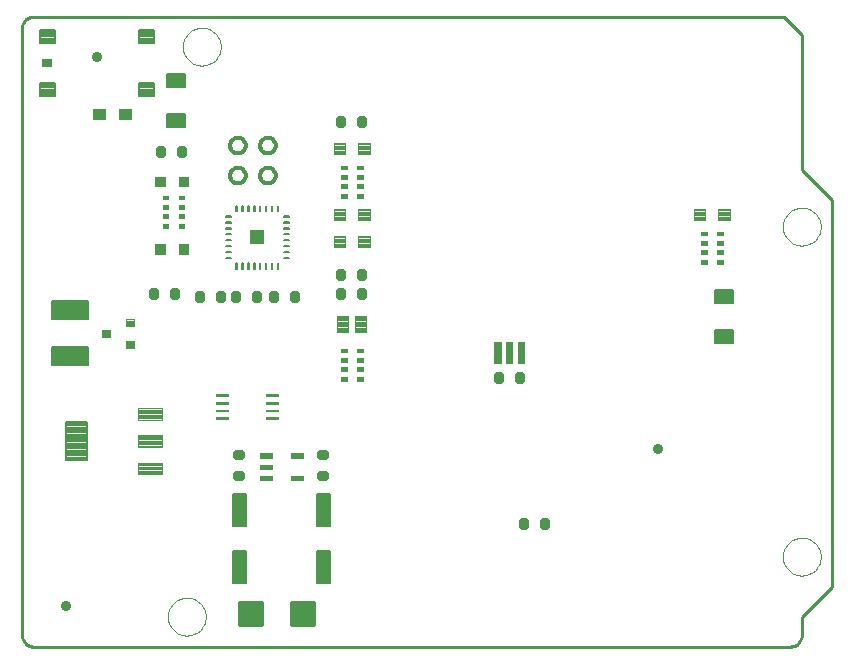
<source format=gtp>
G75*
%MOIN*%
%OFA0B0*%
%FSLAX24Y24*%
%IPPOS*%
%LPD*%
%AMOC8*
5,1,8,0,0,1.08239X$1,22.5*
%
%ADD10C,0.0100*%
%ADD11C,0.0120*%
%ADD12C,0.0000*%
%ADD13C,0.0251*%
%ADD14C,0.0050*%
%ADD15C,0.0043*%
%ADD16C,0.0085*%
%ADD17C,0.0360*%
%ADD18C,0.0043*%
%ADD19C,0.0078*%
%ADD20C,0.0067*%
%ADD21C,0.0035*%
%ADD22C,0.0056*%
%ADD23R,0.0500X0.0500*%
%ADD24C,0.0035*%
%ADD25C,0.0041*%
%ADD26C,0.0031*%
%ADD27C,0.0027*%
%ADD28C,0.0074*%
%ADD29R,0.0350X0.0300*%
%ADD30C,0.0035*%
%ADD31C,0.0032*%
D10*
X008844Y009700D02*
X034056Y009700D01*
X034095Y009702D01*
X034133Y009708D01*
X034170Y009717D01*
X034207Y009730D01*
X034242Y009747D01*
X034275Y009766D01*
X034306Y009789D01*
X034335Y009815D01*
X034361Y009844D01*
X034384Y009875D01*
X034403Y009908D01*
X034420Y009943D01*
X034433Y009980D01*
X034442Y010017D01*
X034448Y010055D01*
X034450Y010094D01*
X034450Y010700D01*
X035450Y011700D01*
X035450Y024600D01*
X034450Y025600D01*
X034450Y030100D01*
X033850Y030700D01*
X008844Y030700D01*
X008805Y030698D01*
X008767Y030692D01*
X008730Y030683D01*
X008693Y030670D01*
X008658Y030653D01*
X008625Y030634D01*
X008594Y030611D01*
X008565Y030585D01*
X008539Y030556D01*
X008516Y030525D01*
X008497Y030492D01*
X008480Y030457D01*
X008467Y030420D01*
X008458Y030383D01*
X008452Y030345D01*
X008450Y030306D01*
X008450Y010094D01*
X008452Y010055D01*
X008458Y010017D01*
X008467Y009980D01*
X008480Y009943D01*
X008497Y009908D01*
X008516Y009875D01*
X008539Y009844D01*
X008565Y009815D01*
X008594Y009789D01*
X008625Y009766D01*
X008658Y009747D01*
X008693Y009730D01*
X008730Y009717D01*
X008767Y009708D01*
X008805Y009702D01*
X008844Y009700D01*
D11*
X015390Y025400D02*
X015392Y025432D01*
X015398Y025463D01*
X015408Y025494D01*
X015421Y025523D01*
X015438Y025550D01*
X015458Y025575D01*
X015481Y025597D01*
X015506Y025617D01*
X015534Y025633D01*
X015564Y025645D01*
X015594Y025654D01*
X015626Y025659D01*
X015658Y025660D01*
X015690Y025657D01*
X015721Y025650D01*
X015751Y025639D01*
X015780Y025625D01*
X015807Y025607D01*
X015831Y025587D01*
X015853Y025563D01*
X015871Y025537D01*
X015886Y025509D01*
X015898Y025479D01*
X015906Y025448D01*
X015910Y025416D01*
X015910Y025384D01*
X015906Y025352D01*
X015898Y025321D01*
X015886Y025291D01*
X015871Y025263D01*
X015853Y025237D01*
X015831Y025213D01*
X015807Y025193D01*
X015780Y025175D01*
X015751Y025161D01*
X015721Y025150D01*
X015690Y025143D01*
X015658Y025140D01*
X015626Y025141D01*
X015594Y025146D01*
X015564Y025155D01*
X015534Y025167D01*
X015506Y025183D01*
X015481Y025203D01*
X015458Y025225D01*
X015438Y025250D01*
X015421Y025277D01*
X015408Y025306D01*
X015398Y025337D01*
X015392Y025368D01*
X015390Y025400D01*
X016389Y025400D02*
X016391Y025432D01*
X016397Y025464D01*
X016407Y025494D01*
X016420Y025523D01*
X016437Y025551D01*
X016457Y025576D01*
X016480Y025598D01*
X016506Y025618D01*
X016534Y025634D01*
X016563Y025646D01*
X016594Y025655D01*
X016626Y025660D01*
X016658Y025661D01*
X016690Y025658D01*
X016721Y025651D01*
X016752Y025640D01*
X016780Y025626D01*
X016807Y025608D01*
X016832Y025587D01*
X016853Y025564D01*
X016872Y025537D01*
X016887Y025509D01*
X016899Y025479D01*
X016907Y025448D01*
X016911Y025416D01*
X016911Y025384D01*
X016907Y025352D01*
X016899Y025321D01*
X016887Y025291D01*
X016872Y025263D01*
X016853Y025236D01*
X016832Y025213D01*
X016807Y025192D01*
X016781Y025174D01*
X016752Y025160D01*
X016721Y025149D01*
X016690Y025142D01*
X016658Y025139D01*
X016626Y025140D01*
X016594Y025145D01*
X016563Y025154D01*
X016534Y025166D01*
X016506Y025182D01*
X016480Y025202D01*
X016457Y025224D01*
X016437Y025249D01*
X016420Y025277D01*
X016407Y025306D01*
X016397Y025336D01*
X016391Y025368D01*
X016389Y025400D01*
X016389Y026400D02*
X016391Y026432D01*
X016397Y026464D01*
X016407Y026494D01*
X016420Y026523D01*
X016437Y026551D01*
X016457Y026576D01*
X016480Y026598D01*
X016506Y026618D01*
X016534Y026634D01*
X016563Y026646D01*
X016594Y026655D01*
X016626Y026660D01*
X016658Y026661D01*
X016690Y026658D01*
X016721Y026651D01*
X016752Y026640D01*
X016780Y026626D01*
X016807Y026608D01*
X016832Y026587D01*
X016853Y026564D01*
X016872Y026537D01*
X016887Y026509D01*
X016899Y026479D01*
X016907Y026448D01*
X016911Y026416D01*
X016911Y026384D01*
X016907Y026352D01*
X016899Y026321D01*
X016887Y026291D01*
X016872Y026263D01*
X016853Y026236D01*
X016832Y026213D01*
X016807Y026192D01*
X016781Y026174D01*
X016752Y026160D01*
X016721Y026149D01*
X016690Y026142D01*
X016658Y026139D01*
X016626Y026140D01*
X016594Y026145D01*
X016563Y026154D01*
X016534Y026166D01*
X016506Y026182D01*
X016480Y026202D01*
X016457Y026224D01*
X016437Y026249D01*
X016420Y026277D01*
X016407Y026306D01*
X016397Y026336D01*
X016391Y026368D01*
X016389Y026400D01*
X015390Y026400D02*
X015392Y026432D01*
X015398Y026463D01*
X015408Y026494D01*
X015421Y026523D01*
X015438Y026550D01*
X015458Y026575D01*
X015481Y026597D01*
X015506Y026617D01*
X015534Y026633D01*
X015564Y026645D01*
X015594Y026654D01*
X015626Y026659D01*
X015658Y026660D01*
X015690Y026657D01*
X015721Y026650D01*
X015751Y026639D01*
X015780Y026625D01*
X015807Y026607D01*
X015831Y026587D01*
X015853Y026563D01*
X015871Y026537D01*
X015886Y026509D01*
X015898Y026479D01*
X015906Y026448D01*
X015910Y026416D01*
X015910Y026384D01*
X015906Y026352D01*
X015898Y026321D01*
X015886Y026291D01*
X015871Y026263D01*
X015853Y026237D01*
X015831Y026213D01*
X015807Y026193D01*
X015780Y026175D01*
X015751Y026161D01*
X015721Y026150D01*
X015690Y026143D01*
X015658Y026140D01*
X015626Y026141D01*
X015594Y026146D01*
X015564Y026155D01*
X015534Y026167D01*
X015506Y026183D01*
X015481Y026203D01*
X015458Y026225D01*
X015438Y026250D01*
X015421Y026277D01*
X015408Y026306D01*
X015398Y026337D01*
X015392Y026368D01*
X015390Y026400D01*
D12*
X013820Y029700D02*
X013822Y029750D01*
X013828Y029800D01*
X013838Y029849D01*
X013852Y029897D01*
X013869Y029944D01*
X013890Y029989D01*
X013915Y030033D01*
X013943Y030074D01*
X013975Y030113D01*
X014009Y030150D01*
X014046Y030184D01*
X014086Y030214D01*
X014128Y030241D01*
X014172Y030265D01*
X014218Y030286D01*
X014265Y030302D01*
X014313Y030315D01*
X014363Y030324D01*
X014412Y030329D01*
X014463Y030330D01*
X014513Y030327D01*
X014562Y030320D01*
X014611Y030309D01*
X014659Y030294D01*
X014705Y030276D01*
X014750Y030254D01*
X014793Y030228D01*
X014834Y030199D01*
X014873Y030167D01*
X014909Y030132D01*
X014941Y030094D01*
X014971Y030054D01*
X014998Y030011D01*
X015021Y029967D01*
X015040Y029921D01*
X015056Y029873D01*
X015068Y029824D01*
X015076Y029775D01*
X015080Y029725D01*
X015080Y029675D01*
X015076Y029625D01*
X015068Y029576D01*
X015056Y029527D01*
X015040Y029479D01*
X015021Y029433D01*
X014998Y029389D01*
X014971Y029346D01*
X014941Y029306D01*
X014909Y029268D01*
X014873Y029233D01*
X014834Y029201D01*
X014793Y029172D01*
X014750Y029146D01*
X014705Y029124D01*
X014659Y029106D01*
X014611Y029091D01*
X014562Y029080D01*
X014513Y029073D01*
X014463Y029070D01*
X014412Y029071D01*
X014363Y029076D01*
X014313Y029085D01*
X014265Y029098D01*
X014218Y029114D01*
X014172Y029135D01*
X014128Y029159D01*
X014086Y029186D01*
X014046Y029216D01*
X014009Y029250D01*
X013975Y029287D01*
X013943Y029326D01*
X013915Y029367D01*
X013890Y029411D01*
X013869Y029456D01*
X013852Y029503D01*
X013838Y029551D01*
X013828Y029600D01*
X013822Y029650D01*
X013820Y029700D01*
X033820Y023700D02*
X033822Y023750D01*
X033828Y023800D01*
X033838Y023849D01*
X033852Y023897D01*
X033869Y023944D01*
X033890Y023989D01*
X033915Y024033D01*
X033943Y024074D01*
X033975Y024113D01*
X034009Y024150D01*
X034046Y024184D01*
X034086Y024214D01*
X034128Y024241D01*
X034172Y024265D01*
X034218Y024286D01*
X034265Y024302D01*
X034313Y024315D01*
X034363Y024324D01*
X034412Y024329D01*
X034463Y024330D01*
X034513Y024327D01*
X034562Y024320D01*
X034611Y024309D01*
X034659Y024294D01*
X034705Y024276D01*
X034750Y024254D01*
X034793Y024228D01*
X034834Y024199D01*
X034873Y024167D01*
X034909Y024132D01*
X034941Y024094D01*
X034971Y024054D01*
X034998Y024011D01*
X035021Y023967D01*
X035040Y023921D01*
X035056Y023873D01*
X035068Y023824D01*
X035076Y023775D01*
X035080Y023725D01*
X035080Y023675D01*
X035076Y023625D01*
X035068Y023576D01*
X035056Y023527D01*
X035040Y023479D01*
X035021Y023433D01*
X034998Y023389D01*
X034971Y023346D01*
X034941Y023306D01*
X034909Y023268D01*
X034873Y023233D01*
X034834Y023201D01*
X034793Y023172D01*
X034750Y023146D01*
X034705Y023124D01*
X034659Y023106D01*
X034611Y023091D01*
X034562Y023080D01*
X034513Y023073D01*
X034463Y023070D01*
X034412Y023071D01*
X034363Y023076D01*
X034313Y023085D01*
X034265Y023098D01*
X034218Y023114D01*
X034172Y023135D01*
X034128Y023159D01*
X034086Y023186D01*
X034046Y023216D01*
X034009Y023250D01*
X033975Y023287D01*
X033943Y023326D01*
X033915Y023367D01*
X033890Y023411D01*
X033869Y023456D01*
X033852Y023503D01*
X033838Y023551D01*
X033828Y023600D01*
X033822Y023650D01*
X033820Y023700D01*
X033820Y012700D02*
X033822Y012750D01*
X033828Y012800D01*
X033838Y012849D01*
X033852Y012897D01*
X033869Y012944D01*
X033890Y012989D01*
X033915Y013033D01*
X033943Y013074D01*
X033975Y013113D01*
X034009Y013150D01*
X034046Y013184D01*
X034086Y013214D01*
X034128Y013241D01*
X034172Y013265D01*
X034218Y013286D01*
X034265Y013302D01*
X034313Y013315D01*
X034363Y013324D01*
X034412Y013329D01*
X034463Y013330D01*
X034513Y013327D01*
X034562Y013320D01*
X034611Y013309D01*
X034659Y013294D01*
X034705Y013276D01*
X034750Y013254D01*
X034793Y013228D01*
X034834Y013199D01*
X034873Y013167D01*
X034909Y013132D01*
X034941Y013094D01*
X034971Y013054D01*
X034998Y013011D01*
X035021Y012967D01*
X035040Y012921D01*
X035056Y012873D01*
X035068Y012824D01*
X035076Y012775D01*
X035080Y012725D01*
X035080Y012675D01*
X035076Y012625D01*
X035068Y012576D01*
X035056Y012527D01*
X035040Y012479D01*
X035021Y012433D01*
X034998Y012389D01*
X034971Y012346D01*
X034941Y012306D01*
X034909Y012268D01*
X034873Y012233D01*
X034834Y012201D01*
X034793Y012172D01*
X034750Y012146D01*
X034705Y012124D01*
X034659Y012106D01*
X034611Y012091D01*
X034562Y012080D01*
X034513Y012073D01*
X034463Y012070D01*
X034412Y012071D01*
X034363Y012076D01*
X034313Y012085D01*
X034265Y012098D01*
X034218Y012114D01*
X034172Y012135D01*
X034128Y012159D01*
X034086Y012186D01*
X034046Y012216D01*
X034009Y012250D01*
X033975Y012287D01*
X033943Y012326D01*
X033915Y012367D01*
X033890Y012411D01*
X033869Y012456D01*
X033852Y012503D01*
X033838Y012551D01*
X033828Y012600D01*
X033822Y012650D01*
X033820Y012700D01*
X013320Y010700D02*
X013322Y010750D01*
X013328Y010800D01*
X013338Y010849D01*
X013352Y010897D01*
X013369Y010944D01*
X013390Y010989D01*
X013415Y011033D01*
X013443Y011074D01*
X013475Y011113D01*
X013509Y011150D01*
X013546Y011184D01*
X013586Y011214D01*
X013628Y011241D01*
X013672Y011265D01*
X013718Y011286D01*
X013765Y011302D01*
X013813Y011315D01*
X013863Y011324D01*
X013912Y011329D01*
X013963Y011330D01*
X014013Y011327D01*
X014062Y011320D01*
X014111Y011309D01*
X014159Y011294D01*
X014205Y011276D01*
X014250Y011254D01*
X014293Y011228D01*
X014334Y011199D01*
X014373Y011167D01*
X014409Y011132D01*
X014441Y011094D01*
X014471Y011054D01*
X014498Y011011D01*
X014521Y010967D01*
X014540Y010921D01*
X014556Y010873D01*
X014568Y010824D01*
X014576Y010775D01*
X014580Y010725D01*
X014580Y010675D01*
X014576Y010625D01*
X014568Y010576D01*
X014556Y010527D01*
X014540Y010479D01*
X014521Y010433D01*
X014498Y010389D01*
X014471Y010346D01*
X014441Y010306D01*
X014409Y010268D01*
X014373Y010233D01*
X014334Y010201D01*
X014293Y010172D01*
X014250Y010146D01*
X014205Y010124D01*
X014159Y010106D01*
X014111Y010091D01*
X014062Y010080D01*
X014013Y010073D01*
X013963Y010070D01*
X013912Y010071D01*
X013863Y010076D01*
X013813Y010085D01*
X013765Y010098D01*
X013718Y010114D01*
X013672Y010135D01*
X013628Y010159D01*
X013586Y010186D01*
X013546Y010216D01*
X013509Y010250D01*
X013475Y010287D01*
X013443Y010326D01*
X013415Y010367D01*
X013390Y010411D01*
X013369Y010456D01*
X013352Y010503D01*
X013338Y010551D01*
X013328Y010600D01*
X013322Y010650D01*
X013320Y010700D01*
D13*
X015629Y015368D02*
X015771Y015368D01*
X015629Y015368D02*
X015629Y015432D01*
X015771Y015432D01*
X015771Y015368D01*
X015771Y016068D02*
X015629Y016068D01*
X015629Y016132D01*
X015771Y016132D01*
X015771Y016068D01*
X018429Y016132D02*
X018571Y016132D01*
X018571Y016068D01*
X018429Y016068D01*
X018429Y016132D01*
X018429Y015432D02*
X018571Y015432D01*
X018571Y015368D01*
X018429Y015368D01*
X018429Y015432D01*
X024318Y018721D02*
X024382Y018721D01*
X024382Y018579D01*
X024318Y018579D01*
X024318Y018721D01*
X025018Y018721D02*
X025082Y018721D01*
X025082Y018579D01*
X025018Y018579D01*
X025018Y018721D01*
X019832Y021379D02*
X019832Y021521D01*
X019832Y021379D02*
X019768Y021379D01*
X019768Y021521D01*
X019832Y021521D01*
X019832Y022029D02*
X019832Y022171D01*
X019832Y022029D02*
X019768Y022029D01*
X019768Y022171D01*
X019832Y022171D01*
X019132Y022171D02*
X019132Y022029D01*
X019068Y022029D01*
X019068Y022171D01*
X019132Y022171D01*
X019132Y021521D02*
X019132Y021379D01*
X019068Y021379D01*
X019068Y021521D01*
X019132Y021521D01*
X017582Y021421D02*
X017582Y021279D01*
X017518Y021279D01*
X017518Y021421D01*
X017582Y021421D01*
X016882Y021421D02*
X016882Y021279D01*
X016818Y021279D01*
X016818Y021421D01*
X016882Y021421D01*
X016332Y021279D02*
X016268Y021279D01*
X016268Y021421D01*
X016332Y021421D01*
X016332Y021279D01*
X015632Y021279D02*
X015568Y021279D01*
X015568Y021421D01*
X015632Y021421D01*
X015632Y021279D01*
X015068Y021279D02*
X015068Y021421D01*
X015132Y021421D01*
X015132Y021279D01*
X015068Y021279D01*
X014368Y021279D02*
X014368Y021421D01*
X014432Y021421D01*
X014432Y021279D01*
X014368Y021279D01*
X013518Y021379D02*
X013518Y021521D01*
X013582Y021521D01*
X013582Y021379D01*
X013518Y021379D01*
X012818Y021379D02*
X012818Y021521D01*
X012882Y021521D01*
X012882Y021379D01*
X012818Y021379D01*
X013068Y026129D02*
X013068Y026271D01*
X013132Y026271D01*
X013132Y026129D01*
X013068Y026129D01*
X013768Y026129D02*
X013768Y026271D01*
X013832Y026271D01*
X013832Y026129D01*
X013768Y026129D01*
X019068Y027129D02*
X019068Y027271D01*
X019132Y027271D01*
X019132Y027129D01*
X019068Y027129D01*
X019768Y027129D02*
X019768Y027271D01*
X019832Y027271D01*
X019832Y027129D01*
X019768Y027129D01*
X025168Y013871D02*
X025168Y013729D01*
X025168Y013871D02*
X025232Y013871D01*
X025232Y013729D01*
X025168Y013729D01*
X025868Y013729D02*
X025868Y013871D01*
X025932Y013871D01*
X025932Y013729D01*
X025868Y013729D01*
D14*
X018723Y013707D02*
X018723Y014783D01*
X018723Y013707D02*
X018277Y013707D01*
X018277Y014783D01*
X018723Y014783D01*
X018723Y013756D02*
X018277Y013756D01*
X018277Y013805D02*
X018723Y013805D01*
X018723Y013854D02*
X018277Y013854D01*
X018277Y013903D02*
X018723Y013903D01*
X018723Y013952D02*
X018277Y013952D01*
X018277Y014001D02*
X018723Y014001D01*
X018723Y014050D02*
X018277Y014050D01*
X018277Y014099D02*
X018723Y014099D01*
X018723Y014148D02*
X018277Y014148D01*
X018277Y014197D02*
X018723Y014197D01*
X018723Y014246D02*
X018277Y014246D01*
X018277Y014295D02*
X018723Y014295D01*
X018723Y014344D02*
X018277Y014344D01*
X018277Y014393D02*
X018723Y014393D01*
X018723Y014442D02*
X018277Y014442D01*
X018277Y014491D02*
X018723Y014491D01*
X018723Y014540D02*
X018277Y014540D01*
X018277Y014589D02*
X018723Y014589D01*
X018723Y014638D02*
X018277Y014638D01*
X018277Y014687D02*
X018723Y014687D01*
X018723Y014736D02*
X018277Y014736D01*
X015923Y014783D02*
X015923Y013707D01*
X015477Y013707D01*
X015477Y014783D01*
X015923Y014783D01*
X015923Y013756D02*
X015477Y013756D01*
X015477Y013805D02*
X015923Y013805D01*
X015923Y013854D02*
X015477Y013854D01*
X015477Y013903D02*
X015923Y013903D01*
X015923Y013952D02*
X015477Y013952D01*
X015477Y014001D02*
X015923Y014001D01*
X015923Y014050D02*
X015477Y014050D01*
X015477Y014099D02*
X015923Y014099D01*
X015923Y014148D02*
X015477Y014148D01*
X015477Y014197D02*
X015923Y014197D01*
X015923Y014246D02*
X015477Y014246D01*
X015477Y014295D02*
X015923Y014295D01*
X015923Y014344D02*
X015477Y014344D01*
X015477Y014393D02*
X015923Y014393D01*
X015923Y014442D02*
X015477Y014442D01*
X015477Y014491D02*
X015923Y014491D01*
X015923Y014540D02*
X015477Y014540D01*
X015477Y014589D02*
X015923Y014589D01*
X015923Y014638D02*
X015477Y014638D01*
X015477Y014687D02*
X015923Y014687D01*
X015923Y014736D02*
X015477Y014736D01*
X015923Y012893D02*
X015923Y011817D01*
X015477Y011817D01*
X015477Y012893D01*
X015923Y012893D01*
X015923Y011866D02*
X015477Y011866D01*
X015477Y011915D02*
X015923Y011915D01*
X015923Y011964D02*
X015477Y011964D01*
X015477Y012013D02*
X015923Y012013D01*
X015923Y012062D02*
X015477Y012062D01*
X015477Y012111D02*
X015923Y012111D01*
X015923Y012160D02*
X015477Y012160D01*
X015477Y012209D02*
X015923Y012209D01*
X015923Y012258D02*
X015477Y012258D01*
X015477Y012307D02*
X015923Y012307D01*
X015923Y012356D02*
X015477Y012356D01*
X015477Y012405D02*
X015923Y012405D01*
X015923Y012454D02*
X015477Y012454D01*
X015477Y012503D02*
X015923Y012503D01*
X015923Y012552D02*
X015477Y012552D01*
X015477Y012601D02*
X015923Y012601D01*
X015923Y012650D02*
X015477Y012650D01*
X015477Y012699D02*
X015923Y012699D01*
X015923Y012748D02*
X015477Y012748D01*
X015477Y012797D02*
X015923Y012797D01*
X015923Y012846D02*
X015477Y012846D01*
X018723Y012893D02*
X018723Y011817D01*
X018277Y011817D01*
X018277Y012893D01*
X018723Y012893D01*
X018723Y011866D02*
X018277Y011866D01*
X018277Y011915D02*
X018723Y011915D01*
X018723Y011964D02*
X018277Y011964D01*
X018277Y012013D02*
X018723Y012013D01*
X018723Y012062D02*
X018277Y012062D01*
X018277Y012111D02*
X018723Y012111D01*
X018723Y012160D02*
X018277Y012160D01*
X018277Y012209D02*
X018723Y012209D01*
X018723Y012258D02*
X018277Y012258D01*
X018277Y012307D02*
X018723Y012307D01*
X018723Y012356D02*
X018277Y012356D01*
X018277Y012405D02*
X018723Y012405D01*
X018723Y012454D02*
X018277Y012454D01*
X018277Y012503D02*
X018723Y012503D01*
X018723Y012552D02*
X018277Y012552D01*
X018277Y012601D02*
X018723Y012601D01*
X018723Y012650D02*
X018277Y012650D01*
X018277Y012699D02*
X018723Y012699D01*
X018723Y012748D02*
X018277Y012748D01*
X018277Y012797D02*
X018723Y012797D01*
X018723Y012846D02*
X018277Y012846D01*
X031548Y019808D02*
X031548Y020254D01*
X032152Y020254D01*
X032152Y019808D01*
X031548Y019808D01*
X031548Y019857D02*
X032152Y019857D01*
X032152Y019906D02*
X031548Y019906D01*
X031548Y019955D02*
X032152Y019955D01*
X032152Y020004D02*
X031548Y020004D01*
X031548Y020053D02*
X032152Y020053D01*
X032152Y020102D02*
X031548Y020102D01*
X031548Y020151D02*
X032152Y020151D01*
X032152Y020200D02*
X031548Y020200D01*
X031548Y020249D02*
X032152Y020249D01*
X031548Y021146D02*
X031548Y021592D01*
X032152Y021592D01*
X032152Y021146D01*
X031548Y021146D01*
X031548Y021195D02*
X032152Y021195D01*
X032152Y021244D02*
X031548Y021244D01*
X031548Y021293D02*
X032152Y021293D01*
X032152Y021342D02*
X031548Y021342D01*
X031548Y021391D02*
X032152Y021391D01*
X032152Y021440D02*
X031548Y021440D01*
X031548Y021489D02*
X032152Y021489D01*
X032152Y021538D02*
X031548Y021538D01*
X031548Y021587D02*
X032152Y021587D01*
X013902Y027008D02*
X013902Y027454D01*
X013902Y027008D02*
X013298Y027008D01*
X013298Y027454D01*
X013902Y027454D01*
X013902Y027057D02*
X013298Y027057D01*
X013298Y027106D02*
X013902Y027106D01*
X013902Y027155D02*
X013298Y027155D01*
X013298Y027204D02*
X013902Y027204D01*
X013902Y027253D02*
X013298Y027253D01*
X013298Y027302D02*
X013902Y027302D01*
X013902Y027351D02*
X013298Y027351D01*
X013298Y027400D02*
X013902Y027400D01*
X013902Y027449D02*
X013298Y027449D01*
X013902Y028346D02*
X013902Y028792D01*
X013902Y028346D02*
X013298Y028346D01*
X013298Y028792D01*
X013902Y028792D01*
X013902Y028395D02*
X013298Y028395D01*
X013298Y028444D02*
X013902Y028444D01*
X013902Y028493D02*
X013298Y028493D01*
X013298Y028542D02*
X013902Y028542D01*
X013902Y028591D02*
X013298Y028591D01*
X013298Y028640D02*
X013902Y028640D01*
X013902Y028689D02*
X013298Y028689D01*
X013298Y028738D02*
X013902Y028738D01*
X013902Y028787D02*
X013298Y028787D01*
D15*
X018846Y026491D02*
X018846Y026109D01*
X018846Y026491D02*
X019228Y026491D01*
X019228Y026109D01*
X018846Y026109D01*
X018846Y026151D02*
X019228Y026151D01*
X019228Y026193D02*
X018846Y026193D01*
X018846Y026235D02*
X019228Y026235D01*
X019228Y026277D02*
X018846Y026277D01*
X018846Y026319D02*
X019228Y026319D01*
X019228Y026361D02*
X018846Y026361D01*
X018846Y026403D02*
X019228Y026403D01*
X019228Y026445D02*
X018846Y026445D01*
X018846Y026487D02*
X019228Y026487D01*
X019672Y026491D02*
X019672Y026109D01*
X019672Y026491D02*
X020054Y026491D01*
X020054Y026109D01*
X019672Y026109D01*
X019672Y026151D02*
X020054Y026151D01*
X020054Y026193D02*
X019672Y026193D01*
X019672Y026235D02*
X020054Y026235D01*
X020054Y026277D02*
X019672Y026277D01*
X019672Y026319D02*
X020054Y026319D01*
X020054Y026361D02*
X019672Y026361D01*
X019672Y026403D02*
X020054Y026403D01*
X020054Y026445D02*
X019672Y026445D01*
X019672Y026487D02*
X020054Y026487D01*
X020054Y024291D02*
X020054Y023909D01*
X019672Y023909D01*
X019672Y024291D01*
X020054Y024291D01*
X020054Y023951D02*
X019672Y023951D01*
X019672Y023993D02*
X020054Y023993D01*
X020054Y024035D02*
X019672Y024035D01*
X019672Y024077D02*
X020054Y024077D01*
X020054Y024119D02*
X019672Y024119D01*
X019672Y024161D02*
X020054Y024161D01*
X020054Y024203D02*
X019672Y024203D01*
X019672Y024245D02*
X020054Y024245D01*
X020054Y024287D02*
X019672Y024287D01*
X019228Y024291D02*
X019228Y023909D01*
X018846Y023909D01*
X018846Y024291D01*
X019228Y024291D01*
X019228Y023951D02*
X018846Y023951D01*
X018846Y023993D02*
X019228Y023993D01*
X019228Y024035D02*
X018846Y024035D01*
X018846Y024077D02*
X019228Y024077D01*
X019228Y024119D02*
X018846Y024119D01*
X018846Y024161D02*
X019228Y024161D01*
X019228Y024203D02*
X018846Y024203D01*
X018846Y024245D02*
X019228Y024245D01*
X019228Y024287D02*
X018846Y024287D01*
X019228Y023391D02*
X019228Y023009D01*
X018846Y023009D01*
X018846Y023391D01*
X019228Y023391D01*
X019228Y023051D02*
X018846Y023051D01*
X018846Y023093D02*
X019228Y023093D01*
X019228Y023135D02*
X018846Y023135D01*
X018846Y023177D02*
X019228Y023177D01*
X019228Y023219D02*
X018846Y023219D01*
X018846Y023261D02*
X019228Y023261D01*
X019228Y023303D02*
X018846Y023303D01*
X018846Y023345D02*
X019228Y023345D01*
X019228Y023387D02*
X018846Y023387D01*
X020054Y023391D02*
X020054Y023009D01*
X019672Y023009D01*
X019672Y023391D01*
X020054Y023391D01*
X020054Y023051D02*
X019672Y023051D01*
X019672Y023093D02*
X020054Y023093D01*
X020054Y023135D02*
X019672Y023135D01*
X019672Y023177D02*
X020054Y023177D01*
X020054Y023219D02*
X019672Y023219D01*
X019672Y023261D02*
X020054Y023261D01*
X020054Y023303D02*
X019672Y023303D01*
X019672Y023345D02*
X020054Y023345D01*
X020054Y023387D02*
X019672Y023387D01*
X030846Y023909D02*
X030846Y024291D01*
X031228Y024291D01*
X031228Y023909D01*
X030846Y023909D01*
X030846Y023951D02*
X031228Y023951D01*
X031228Y023993D02*
X030846Y023993D01*
X030846Y024035D02*
X031228Y024035D01*
X031228Y024077D02*
X030846Y024077D01*
X030846Y024119D02*
X031228Y024119D01*
X031228Y024161D02*
X030846Y024161D01*
X030846Y024203D02*
X031228Y024203D01*
X031228Y024245D02*
X030846Y024245D01*
X030846Y024287D02*
X031228Y024287D01*
X031672Y024291D02*
X031672Y023909D01*
X031672Y024291D02*
X032054Y024291D01*
X032054Y023909D01*
X031672Y023909D01*
X031672Y023951D02*
X032054Y023951D01*
X032054Y023993D02*
X031672Y023993D01*
X031672Y024035D02*
X032054Y024035D01*
X032054Y024077D02*
X031672Y024077D01*
X031672Y024119D02*
X032054Y024119D01*
X032054Y024161D02*
X031672Y024161D01*
X031672Y024203D02*
X032054Y024203D01*
X032054Y024245D02*
X031672Y024245D01*
X031672Y024287D02*
X032054Y024287D01*
D16*
X018199Y011183D02*
X017433Y011183D01*
X018199Y011183D02*
X018199Y010417D01*
X017433Y010417D01*
X017433Y011183D01*
X017433Y010501D02*
X018199Y010501D01*
X018199Y010585D02*
X017433Y010585D01*
X017433Y010669D02*
X018199Y010669D01*
X018199Y010753D02*
X017433Y010753D01*
X017433Y010837D02*
X018199Y010837D01*
X018199Y010921D02*
X017433Y010921D01*
X017433Y011005D02*
X018199Y011005D01*
X018199Y011089D02*
X017433Y011089D01*
X017433Y011173D02*
X018199Y011173D01*
X016467Y011183D02*
X015701Y011183D01*
X016467Y011183D02*
X016467Y010417D01*
X015701Y010417D01*
X015701Y011183D01*
X015701Y010501D02*
X016467Y010501D01*
X016467Y010585D02*
X015701Y010585D01*
X015701Y010669D02*
X016467Y010669D01*
X016467Y010753D02*
X015701Y010753D01*
X015701Y010837D02*
X016467Y010837D01*
X016467Y010921D02*
X015701Y010921D01*
X015701Y011005D02*
X016467Y011005D01*
X016467Y011089D02*
X015701Y011089D01*
X015701Y011173D02*
X016467Y011173D01*
D17*
X009919Y011043D03*
X029647Y016291D03*
X010950Y029350D03*
D18*
X013115Y017655D02*
X013115Y017265D01*
X012325Y017265D01*
X012325Y017655D01*
X013115Y017655D01*
X013115Y017307D02*
X012325Y017307D01*
X012325Y017349D02*
X013115Y017349D01*
X013115Y017391D02*
X012325Y017391D01*
X012325Y017433D02*
X013115Y017433D01*
X013115Y017475D02*
X012325Y017475D01*
X012325Y017517D02*
X013115Y017517D01*
X013115Y017559D02*
X012325Y017559D01*
X012325Y017601D02*
X013115Y017601D01*
X013115Y017643D02*
X012325Y017643D01*
X013115Y016745D02*
X013115Y016355D01*
X012325Y016355D01*
X012325Y016745D01*
X013115Y016745D01*
X013115Y016397D02*
X012325Y016397D01*
X012325Y016439D02*
X013115Y016439D01*
X013115Y016481D02*
X012325Y016481D01*
X012325Y016523D02*
X013115Y016523D01*
X013115Y016565D02*
X012325Y016565D01*
X012325Y016607D02*
X013115Y016607D01*
X013115Y016649D02*
X012325Y016649D01*
X012325Y016691D02*
X013115Y016691D01*
X013115Y016733D02*
X012325Y016733D01*
X013115Y015835D02*
X013115Y015445D01*
X012325Y015445D01*
X012325Y015835D01*
X013115Y015835D01*
X013115Y015487D02*
X012325Y015487D01*
X012325Y015529D02*
X013115Y015529D01*
X013115Y015571D02*
X012325Y015571D01*
X012325Y015613D02*
X013115Y015613D01*
X013115Y015655D02*
X012325Y015655D01*
X012325Y015697D02*
X013115Y015697D01*
X013115Y015739D02*
X012325Y015739D01*
X012325Y015781D02*
X013115Y015781D01*
X013115Y015823D02*
X012325Y015823D01*
D19*
X010631Y015924D02*
X010631Y017176D01*
X010631Y015924D02*
X009929Y015924D01*
X009929Y017176D01*
X010631Y017176D01*
X010631Y016001D02*
X009929Y016001D01*
X009929Y016078D02*
X010631Y016078D01*
X010631Y016155D02*
X009929Y016155D01*
X009929Y016232D02*
X010631Y016232D01*
X010631Y016309D02*
X009929Y016309D01*
X009929Y016386D02*
X010631Y016386D01*
X010631Y016463D02*
X009929Y016463D01*
X009929Y016540D02*
X010631Y016540D01*
X010631Y016617D02*
X009929Y016617D01*
X009929Y016694D02*
X010631Y016694D01*
X010631Y016771D02*
X009929Y016771D01*
X009929Y016848D02*
X010631Y016848D01*
X010631Y016925D02*
X009929Y016925D01*
X009929Y017002D02*
X010631Y017002D01*
X010631Y017079D02*
X009929Y017079D01*
X009929Y017156D02*
X010631Y017156D01*
D20*
X010649Y019079D02*
X010649Y019685D01*
X010649Y019079D02*
X009451Y019079D01*
X009451Y019685D01*
X010649Y019685D01*
X010649Y019145D02*
X009451Y019145D01*
X009451Y019211D02*
X010649Y019211D01*
X010649Y019277D02*
X009451Y019277D01*
X009451Y019343D02*
X010649Y019343D01*
X010649Y019409D02*
X009451Y019409D01*
X009451Y019475D02*
X010649Y019475D01*
X010649Y019541D02*
X009451Y019541D01*
X009451Y019607D02*
X010649Y019607D01*
X010649Y019673D02*
X009451Y019673D01*
X010649Y020615D02*
X010649Y021221D01*
X010649Y020615D02*
X009451Y020615D01*
X009451Y021221D01*
X010649Y021221D01*
X010649Y020681D02*
X009451Y020681D01*
X009451Y020747D02*
X010649Y020747D01*
X010649Y020813D02*
X009451Y020813D01*
X009451Y020879D02*
X010649Y020879D01*
X010649Y020945D02*
X009451Y020945D01*
X009451Y021011D02*
X010649Y021011D01*
X010649Y021077D02*
X009451Y021077D01*
X009451Y021143D02*
X010649Y021143D01*
X010649Y021209D02*
X009451Y021209D01*
D21*
X011112Y020258D02*
X011112Y020022D01*
X011112Y020258D02*
X011388Y020258D01*
X011388Y020022D01*
X011112Y020022D01*
X011112Y020056D02*
X011388Y020056D01*
X011388Y020090D02*
X011112Y020090D01*
X011112Y020124D02*
X011388Y020124D01*
X011388Y020158D02*
X011112Y020158D01*
X011112Y020192D02*
X011388Y020192D01*
X011388Y020226D02*
X011112Y020226D01*
X011912Y020402D02*
X011912Y020638D01*
X012188Y020638D01*
X012188Y020402D01*
X011912Y020402D01*
X011912Y020436D02*
X012188Y020436D01*
X012188Y020470D02*
X011912Y020470D01*
X011912Y020504D02*
X012188Y020504D01*
X012188Y020538D02*
X011912Y020538D01*
X011912Y020572D02*
X012188Y020572D01*
X012188Y020606D02*
X011912Y020606D01*
X011912Y019878D02*
X011912Y019642D01*
X011912Y019878D02*
X012188Y019878D01*
X012188Y019642D01*
X011912Y019642D01*
X011912Y019676D02*
X012188Y019676D01*
X012188Y019710D02*
X011912Y019710D01*
X011912Y019744D02*
X012188Y019744D01*
X012188Y019778D02*
X011912Y019778D01*
X011912Y019812D02*
X012188Y019812D01*
X012188Y019846D02*
X011912Y019846D01*
D22*
X015604Y022475D02*
X015618Y022475D01*
X015618Y022295D01*
X015604Y022295D01*
X015604Y022475D01*
X015618Y022350D02*
X015604Y022350D01*
X015604Y022405D02*
X015618Y022405D01*
X015618Y022460D02*
X015604Y022460D01*
X015801Y022475D02*
X015815Y022475D01*
X015815Y022295D01*
X015801Y022295D01*
X015801Y022475D01*
X015815Y022350D02*
X015801Y022350D01*
X015801Y022405D02*
X015815Y022405D01*
X015815Y022460D02*
X015801Y022460D01*
X015998Y022475D02*
X016012Y022475D01*
X016012Y022295D01*
X015998Y022295D01*
X015998Y022475D01*
X016012Y022350D02*
X015998Y022350D01*
X015998Y022405D02*
X016012Y022405D01*
X016012Y022460D02*
X015998Y022460D01*
X016195Y022475D02*
X016209Y022475D01*
X016209Y022295D01*
X016195Y022295D01*
X016195Y022475D01*
X016209Y022350D02*
X016195Y022350D01*
X016195Y022405D02*
X016209Y022405D01*
X016209Y022460D02*
X016195Y022460D01*
X016391Y022475D02*
X016405Y022475D01*
X016405Y022295D01*
X016391Y022295D01*
X016391Y022475D01*
X016405Y022350D02*
X016391Y022350D01*
X016391Y022405D02*
X016405Y022405D01*
X016405Y022460D02*
X016391Y022460D01*
X016588Y022475D02*
X016602Y022475D01*
X016602Y022295D01*
X016588Y022295D01*
X016588Y022475D01*
X016602Y022350D02*
X016588Y022350D01*
X016588Y022405D02*
X016602Y022405D01*
X016602Y022460D02*
X016588Y022460D01*
X016785Y022475D02*
X016799Y022475D01*
X016799Y022295D01*
X016785Y022295D01*
X016785Y022475D01*
X016799Y022350D02*
X016785Y022350D01*
X016785Y022405D02*
X016799Y022405D01*
X016799Y022460D02*
X016785Y022460D01*
X016982Y022475D02*
X016996Y022475D01*
X016996Y022295D01*
X016982Y022295D01*
X016982Y022475D01*
X016996Y022350D02*
X016982Y022350D01*
X016982Y022405D02*
X016996Y022405D01*
X016996Y022460D02*
X016982Y022460D01*
X017175Y022654D02*
X017175Y022668D01*
X017355Y022668D01*
X017355Y022654D01*
X017175Y022654D01*
X017175Y022851D02*
X017175Y022865D01*
X017355Y022865D01*
X017355Y022851D01*
X017175Y022851D01*
X017175Y023048D02*
X017175Y023062D01*
X017355Y023062D01*
X017355Y023048D01*
X017175Y023048D01*
X017175Y023245D02*
X017175Y023259D01*
X017355Y023259D01*
X017355Y023245D01*
X017175Y023245D01*
X017175Y023441D02*
X017175Y023455D01*
X017355Y023455D01*
X017355Y023441D01*
X017175Y023441D01*
X017175Y023638D02*
X017175Y023652D01*
X017355Y023652D01*
X017355Y023638D01*
X017175Y023638D01*
X017175Y023835D02*
X017175Y023849D01*
X017355Y023849D01*
X017355Y023835D01*
X017175Y023835D01*
X017175Y024032D02*
X017175Y024046D01*
X017355Y024046D01*
X017355Y024032D01*
X017175Y024032D01*
X016996Y024405D02*
X016982Y024405D01*
X016996Y024405D02*
X016996Y024225D01*
X016982Y024225D01*
X016982Y024405D01*
X016996Y024280D02*
X016982Y024280D01*
X016982Y024335D02*
X016996Y024335D01*
X016996Y024390D02*
X016982Y024390D01*
X016799Y024405D02*
X016785Y024405D01*
X016799Y024405D02*
X016799Y024225D01*
X016785Y024225D01*
X016785Y024405D01*
X016799Y024280D02*
X016785Y024280D01*
X016785Y024335D02*
X016799Y024335D01*
X016799Y024390D02*
X016785Y024390D01*
X016602Y024405D02*
X016588Y024405D01*
X016602Y024405D02*
X016602Y024225D01*
X016588Y024225D01*
X016588Y024405D01*
X016602Y024280D02*
X016588Y024280D01*
X016588Y024335D02*
X016602Y024335D01*
X016602Y024390D02*
X016588Y024390D01*
X016405Y024405D02*
X016391Y024405D01*
X016405Y024405D02*
X016405Y024225D01*
X016391Y024225D01*
X016391Y024405D01*
X016405Y024280D02*
X016391Y024280D01*
X016391Y024335D02*
X016405Y024335D01*
X016405Y024390D02*
X016391Y024390D01*
X016209Y024405D02*
X016195Y024405D01*
X016209Y024405D02*
X016209Y024225D01*
X016195Y024225D01*
X016195Y024405D01*
X016209Y024280D02*
X016195Y024280D01*
X016195Y024335D02*
X016209Y024335D01*
X016209Y024390D02*
X016195Y024390D01*
X016012Y024405D02*
X015998Y024405D01*
X016012Y024405D02*
X016012Y024225D01*
X015998Y024225D01*
X015998Y024405D01*
X016012Y024280D02*
X015998Y024280D01*
X015998Y024335D02*
X016012Y024335D01*
X016012Y024390D02*
X015998Y024390D01*
X015815Y024405D02*
X015801Y024405D01*
X015815Y024405D02*
X015815Y024225D01*
X015801Y024225D01*
X015801Y024405D01*
X015815Y024280D02*
X015801Y024280D01*
X015801Y024335D02*
X015815Y024335D01*
X015815Y024390D02*
X015801Y024390D01*
X015618Y024405D02*
X015604Y024405D01*
X015618Y024405D02*
X015618Y024225D01*
X015604Y024225D01*
X015604Y024405D01*
X015618Y024280D02*
X015604Y024280D01*
X015604Y024335D02*
X015618Y024335D01*
X015618Y024390D02*
X015604Y024390D01*
X015245Y024046D02*
X015245Y024032D01*
X015245Y024046D02*
X015425Y024046D01*
X015425Y024032D01*
X015245Y024032D01*
X015245Y023849D02*
X015245Y023835D01*
X015245Y023849D02*
X015425Y023849D01*
X015425Y023835D01*
X015245Y023835D01*
X015245Y023652D02*
X015245Y023638D01*
X015245Y023652D02*
X015425Y023652D01*
X015425Y023638D01*
X015245Y023638D01*
X015245Y023455D02*
X015245Y023441D01*
X015245Y023455D02*
X015425Y023455D01*
X015425Y023441D01*
X015245Y023441D01*
X015245Y023259D02*
X015245Y023245D01*
X015245Y023259D02*
X015425Y023259D01*
X015425Y023245D01*
X015245Y023245D01*
X015245Y023062D02*
X015245Y023048D01*
X015245Y023062D02*
X015425Y023062D01*
X015425Y023048D01*
X015245Y023048D01*
X015245Y022865D02*
X015245Y022851D01*
X015245Y022865D02*
X015425Y022865D01*
X015425Y022851D01*
X015245Y022851D01*
X015245Y022668D02*
X015245Y022654D01*
X015245Y022668D02*
X015425Y022668D01*
X015425Y022654D01*
X015245Y022654D01*
D23*
X016300Y023350D03*
D24*
X014004Y023110D02*
X013684Y023110D01*
X014004Y023110D02*
X014004Y022790D01*
X013684Y022790D01*
X013684Y023110D01*
X013684Y022824D02*
X014004Y022824D01*
X014004Y022858D02*
X013684Y022858D01*
X013684Y022892D02*
X014004Y022892D01*
X014004Y022926D02*
X013684Y022926D01*
X013684Y022960D02*
X014004Y022960D01*
X014004Y022994D02*
X013684Y022994D01*
X013684Y023028D02*
X014004Y023028D01*
X014004Y023062D02*
X013684Y023062D01*
X013684Y023096D02*
X014004Y023096D01*
X013216Y023110D02*
X012896Y023110D01*
X013216Y023110D02*
X013216Y022790D01*
X012896Y022790D01*
X012896Y023110D01*
X012896Y022824D02*
X013216Y022824D01*
X013216Y022858D02*
X012896Y022858D01*
X012896Y022892D02*
X013216Y022892D01*
X013216Y022926D02*
X012896Y022926D01*
X012896Y022960D02*
X013216Y022960D01*
X013216Y022994D02*
X012896Y022994D01*
X012896Y023028D02*
X013216Y023028D01*
X013216Y023062D02*
X012896Y023062D01*
X012896Y023096D02*
X013216Y023096D01*
X013216Y025360D02*
X012896Y025360D01*
X013216Y025360D02*
X013216Y025040D01*
X012896Y025040D01*
X012896Y025360D01*
X012896Y025074D02*
X013216Y025074D01*
X013216Y025108D02*
X012896Y025108D01*
X012896Y025142D02*
X013216Y025142D01*
X013216Y025176D02*
X012896Y025176D01*
X012896Y025210D02*
X013216Y025210D01*
X013216Y025244D02*
X012896Y025244D01*
X012896Y025278D02*
X013216Y025278D01*
X013216Y025312D02*
X012896Y025312D01*
X012896Y025346D02*
X013216Y025346D01*
X013684Y025360D02*
X014004Y025360D01*
X014004Y025040D01*
X013684Y025040D01*
X013684Y025360D01*
X013684Y025074D02*
X014004Y025074D01*
X014004Y025108D02*
X013684Y025108D01*
X013684Y025142D02*
X014004Y025142D01*
X014004Y025176D02*
X013684Y025176D01*
X013684Y025210D02*
X014004Y025210D01*
X014004Y025244D02*
X013684Y025244D01*
X013684Y025278D02*
X014004Y025278D01*
X014004Y025312D02*
X013684Y025312D01*
X013684Y025346D02*
X014004Y025346D01*
X012082Y027610D02*
X011684Y027610D01*
X012082Y027610D02*
X012082Y027290D01*
X011684Y027290D01*
X011684Y027610D01*
X011684Y027324D02*
X012082Y027324D01*
X012082Y027358D02*
X011684Y027358D01*
X011684Y027392D02*
X012082Y027392D01*
X012082Y027426D02*
X011684Y027426D01*
X011684Y027460D02*
X012082Y027460D01*
X012082Y027494D02*
X011684Y027494D01*
X011684Y027528D02*
X012082Y027528D01*
X012082Y027562D02*
X011684Y027562D01*
X011684Y027596D02*
X012082Y027596D01*
X011216Y027610D02*
X010818Y027610D01*
X011216Y027610D02*
X011216Y027290D01*
X010818Y027290D01*
X010818Y027610D01*
X010818Y027324D02*
X011216Y027324D01*
X011216Y027358D02*
X010818Y027358D01*
X010818Y027392D02*
X011216Y027392D01*
X011216Y027426D02*
X010818Y027426D01*
X010818Y027460D02*
X011216Y027460D01*
X011216Y027494D02*
X010818Y027494D01*
X010818Y027528D02*
X011216Y027528D01*
X011216Y027562D02*
X010818Y027562D01*
X010818Y027596D02*
X011216Y027596D01*
D25*
X018963Y020178D02*
X019337Y020178D01*
X018963Y020178D02*
X018963Y020722D01*
X019337Y020722D01*
X019337Y020178D01*
X019337Y020218D02*
X018963Y020218D01*
X018963Y020258D02*
X019337Y020258D01*
X019337Y020298D02*
X018963Y020298D01*
X018963Y020338D02*
X019337Y020338D01*
X019337Y020378D02*
X018963Y020378D01*
X018963Y020418D02*
X019337Y020418D01*
X019337Y020458D02*
X018963Y020458D01*
X018963Y020498D02*
X019337Y020498D01*
X019337Y020538D02*
X018963Y020538D01*
X018963Y020578D02*
X019337Y020578D01*
X019337Y020618D02*
X018963Y020618D01*
X018963Y020658D02*
X019337Y020658D01*
X019337Y020698D02*
X018963Y020698D01*
X019563Y020178D02*
X019937Y020178D01*
X019563Y020178D02*
X019563Y020722D01*
X019937Y020722D01*
X019937Y020178D01*
X019937Y020218D02*
X019563Y020218D01*
X019563Y020258D02*
X019937Y020258D01*
X019937Y020298D02*
X019563Y020298D01*
X019563Y020338D02*
X019937Y020338D01*
X019937Y020378D02*
X019563Y020378D01*
X019563Y020418D02*
X019937Y020418D01*
X019937Y020458D02*
X019563Y020458D01*
X019563Y020498D02*
X019937Y020498D01*
X019937Y020538D02*
X019563Y020538D01*
X019563Y020578D02*
X019937Y020578D01*
X019937Y020618D02*
X019563Y020618D01*
X019563Y020658D02*
X019937Y020658D01*
X019937Y020698D02*
X019563Y020698D01*
D26*
X019809Y019635D02*
X019809Y019509D01*
X019623Y019509D01*
X019623Y019635D01*
X019809Y019635D01*
X019809Y019539D02*
X019623Y019539D01*
X019623Y019569D02*
X019809Y019569D01*
X019809Y019599D02*
X019623Y019599D01*
X019623Y019629D02*
X019809Y019629D01*
X019809Y019320D02*
X019809Y019194D01*
X019623Y019194D01*
X019623Y019320D01*
X019809Y019320D01*
X019809Y019224D02*
X019623Y019224D01*
X019623Y019254D02*
X019809Y019254D01*
X019809Y019284D02*
X019623Y019284D01*
X019623Y019314D02*
X019809Y019314D01*
X019809Y019006D02*
X019809Y018880D01*
X019623Y018880D01*
X019623Y019006D01*
X019809Y019006D01*
X019809Y018910D02*
X019623Y018910D01*
X019623Y018940D02*
X019809Y018940D01*
X019809Y018970D02*
X019623Y018970D01*
X019623Y019000D02*
X019809Y019000D01*
X019809Y018691D02*
X019809Y018565D01*
X019623Y018565D01*
X019623Y018691D01*
X019809Y018691D01*
X019809Y018595D02*
X019623Y018595D01*
X019623Y018625D02*
X019809Y018625D01*
X019809Y018655D02*
X019623Y018655D01*
X019623Y018685D02*
X019809Y018685D01*
X019277Y018691D02*
X019277Y018565D01*
X019091Y018565D01*
X019091Y018691D01*
X019277Y018691D01*
X019277Y018595D02*
X019091Y018595D01*
X019091Y018625D02*
X019277Y018625D01*
X019277Y018655D02*
X019091Y018655D01*
X019091Y018685D02*
X019277Y018685D01*
X019277Y018880D02*
X019277Y019006D01*
X019277Y018880D02*
X019091Y018880D01*
X019091Y019006D01*
X019277Y019006D01*
X019277Y018910D02*
X019091Y018910D01*
X019091Y018940D02*
X019277Y018940D01*
X019277Y018970D02*
X019091Y018970D01*
X019091Y019000D02*
X019277Y019000D01*
X019277Y019194D02*
X019277Y019320D01*
X019277Y019194D02*
X019091Y019194D01*
X019091Y019320D01*
X019277Y019320D01*
X019277Y019224D02*
X019091Y019224D01*
X019091Y019254D02*
X019277Y019254D01*
X019277Y019284D02*
X019091Y019284D01*
X019091Y019314D02*
X019277Y019314D01*
X019277Y019509D02*
X019277Y019635D01*
X019277Y019509D02*
X019091Y019509D01*
X019091Y019635D01*
X019277Y019635D01*
X019277Y019539D02*
X019091Y019539D01*
X019091Y019569D02*
X019277Y019569D01*
X019277Y019599D02*
X019091Y019599D01*
X019091Y019629D02*
X019277Y019629D01*
X013859Y023665D02*
X013859Y023791D01*
X013859Y023665D02*
X013673Y023665D01*
X013673Y023791D01*
X013859Y023791D01*
X013859Y023695D02*
X013673Y023695D01*
X013673Y023725D02*
X013859Y023725D01*
X013859Y023755D02*
X013673Y023755D01*
X013673Y023785D02*
X013859Y023785D01*
X013859Y023980D02*
X013859Y024106D01*
X013859Y023980D02*
X013673Y023980D01*
X013673Y024106D01*
X013859Y024106D01*
X013859Y024010D02*
X013673Y024010D01*
X013673Y024040D02*
X013859Y024040D01*
X013859Y024070D02*
X013673Y024070D01*
X013673Y024100D02*
X013859Y024100D01*
X013859Y024294D02*
X013859Y024420D01*
X013859Y024294D02*
X013673Y024294D01*
X013673Y024420D01*
X013859Y024420D01*
X013859Y024324D02*
X013673Y024324D01*
X013673Y024354D02*
X013859Y024354D01*
X013859Y024384D02*
X013673Y024384D01*
X013673Y024414D02*
X013859Y024414D01*
X013859Y024609D02*
X013859Y024735D01*
X013859Y024609D02*
X013673Y024609D01*
X013673Y024735D01*
X013859Y024735D01*
X013859Y024639D02*
X013673Y024639D01*
X013673Y024669D02*
X013859Y024669D01*
X013859Y024699D02*
X013673Y024699D01*
X013673Y024729D02*
X013859Y024729D01*
X013327Y024735D02*
X013327Y024609D01*
X013141Y024609D01*
X013141Y024735D01*
X013327Y024735D01*
X013327Y024639D02*
X013141Y024639D01*
X013141Y024669D02*
X013327Y024669D01*
X013327Y024699D02*
X013141Y024699D01*
X013141Y024729D02*
X013327Y024729D01*
X013327Y024420D02*
X013327Y024294D01*
X013141Y024294D01*
X013141Y024420D01*
X013327Y024420D01*
X013327Y024324D02*
X013141Y024324D01*
X013141Y024354D02*
X013327Y024354D01*
X013327Y024384D02*
X013141Y024384D01*
X013141Y024414D02*
X013327Y024414D01*
X013327Y024106D02*
X013327Y023980D01*
X013141Y023980D01*
X013141Y024106D01*
X013327Y024106D01*
X013327Y024010D02*
X013141Y024010D01*
X013141Y024040D02*
X013327Y024040D01*
X013327Y024070D02*
X013141Y024070D01*
X013141Y024100D02*
X013327Y024100D01*
X013327Y023791D02*
X013327Y023665D01*
X013141Y023665D01*
X013141Y023791D01*
X013327Y023791D01*
X013327Y023695D02*
X013141Y023695D01*
X013141Y023725D02*
X013327Y023725D01*
X013327Y023755D02*
X013141Y023755D01*
X013141Y023785D02*
X013327Y023785D01*
X019091Y024665D02*
X019091Y024791D01*
X019277Y024791D01*
X019277Y024665D01*
X019091Y024665D01*
X019091Y024695D02*
X019277Y024695D01*
X019277Y024725D02*
X019091Y024725D01*
X019091Y024755D02*
X019277Y024755D01*
X019277Y024785D02*
X019091Y024785D01*
X019091Y024980D02*
X019091Y025106D01*
X019277Y025106D01*
X019277Y024980D01*
X019091Y024980D01*
X019091Y025010D02*
X019277Y025010D01*
X019277Y025040D02*
X019091Y025040D01*
X019091Y025070D02*
X019277Y025070D01*
X019277Y025100D02*
X019091Y025100D01*
X019091Y025294D02*
X019091Y025420D01*
X019277Y025420D01*
X019277Y025294D01*
X019091Y025294D01*
X019091Y025324D02*
X019277Y025324D01*
X019277Y025354D02*
X019091Y025354D01*
X019091Y025384D02*
X019277Y025384D01*
X019277Y025414D02*
X019091Y025414D01*
X019091Y025609D02*
X019091Y025735D01*
X019277Y025735D01*
X019277Y025609D01*
X019091Y025609D01*
X019091Y025639D02*
X019277Y025639D01*
X019277Y025669D02*
X019091Y025669D01*
X019091Y025699D02*
X019277Y025699D01*
X019277Y025729D02*
X019091Y025729D01*
X019623Y025735D02*
X019623Y025609D01*
X019623Y025735D02*
X019809Y025735D01*
X019809Y025609D01*
X019623Y025609D01*
X019623Y025639D02*
X019809Y025639D01*
X019809Y025669D02*
X019623Y025669D01*
X019623Y025699D02*
X019809Y025699D01*
X019809Y025729D02*
X019623Y025729D01*
X019623Y025420D02*
X019623Y025294D01*
X019623Y025420D02*
X019809Y025420D01*
X019809Y025294D01*
X019623Y025294D01*
X019623Y025324D02*
X019809Y025324D01*
X019809Y025354D02*
X019623Y025354D01*
X019623Y025384D02*
X019809Y025384D01*
X019809Y025414D02*
X019623Y025414D01*
X019623Y025106D02*
X019623Y024980D01*
X019623Y025106D02*
X019809Y025106D01*
X019809Y024980D01*
X019623Y024980D01*
X019623Y025010D02*
X019809Y025010D01*
X019809Y025040D02*
X019623Y025040D01*
X019623Y025070D02*
X019809Y025070D01*
X019809Y025100D02*
X019623Y025100D01*
X019623Y024791D02*
X019623Y024665D01*
X019623Y024791D02*
X019809Y024791D01*
X019809Y024665D01*
X019623Y024665D01*
X019623Y024695D02*
X019809Y024695D01*
X019809Y024725D02*
X019623Y024725D01*
X019623Y024755D02*
X019809Y024755D01*
X019809Y024785D02*
X019623Y024785D01*
X031277Y023535D02*
X031277Y023409D01*
X031091Y023409D01*
X031091Y023535D01*
X031277Y023535D01*
X031277Y023439D02*
X031091Y023439D01*
X031091Y023469D02*
X031277Y023469D01*
X031277Y023499D02*
X031091Y023499D01*
X031091Y023529D02*
X031277Y023529D01*
X031277Y023220D02*
X031277Y023094D01*
X031091Y023094D01*
X031091Y023220D01*
X031277Y023220D01*
X031277Y023124D02*
X031091Y023124D01*
X031091Y023154D02*
X031277Y023154D01*
X031277Y023184D02*
X031091Y023184D01*
X031091Y023214D02*
X031277Y023214D01*
X031277Y022906D02*
X031277Y022780D01*
X031091Y022780D01*
X031091Y022906D01*
X031277Y022906D01*
X031277Y022810D02*
X031091Y022810D01*
X031091Y022840D02*
X031277Y022840D01*
X031277Y022870D02*
X031091Y022870D01*
X031091Y022900D02*
X031277Y022900D01*
X031277Y022591D02*
X031277Y022465D01*
X031091Y022465D01*
X031091Y022591D01*
X031277Y022591D01*
X031277Y022495D02*
X031091Y022495D01*
X031091Y022525D02*
X031277Y022525D01*
X031277Y022555D02*
X031091Y022555D01*
X031091Y022585D02*
X031277Y022585D01*
X031809Y022591D02*
X031809Y022465D01*
X031623Y022465D01*
X031623Y022591D01*
X031809Y022591D01*
X031809Y022495D02*
X031623Y022495D01*
X031623Y022525D02*
X031809Y022525D01*
X031809Y022555D02*
X031623Y022555D01*
X031623Y022585D02*
X031809Y022585D01*
X031809Y022780D02*
X031809Y022906D01*
X031809Y022780D02*
X031623Y022780D01*
X031623Y022906D01*
X031809Y022906D01*
X031809Y022810D02*
X031623Y022810D01*
X031623Y022840D02*
X031809Y022840D01*
X031809Y022870D02*
X031623Y022870D01*
X031623Y022900D02*
X031809Y022900D01*
X031809Y023094D02*
X031809Y023220D01*
X031809Y023094D02*
X031623Y023094D01*
X031623Y023220D01*
X031809Y023220D01*
X031809Y023124D02*
X031623Y023124D01*
X031623Y023154D02*
X031809Y023154D01*
X031809Y023184D02*
X031623Y023184D01*
X031623Y023214D02*
X031809Y023214D01*
X031809Y023409D02*
X031809Y023535D01*
X031809Y023409D02*
X031623Y023409D01*
X031623Y023535D01*
X031809Y023535D01*
X031809Y023439D02*
X031623Y023439D01*
X031623Y023469D02*
X031809Y023469D01*
X031809Y023499D02*
X031623Y023499D01*
X031623Y023529D02*
X031809Y023529D01*
D27*
X016985Y018109D02*
X016985Y018057D01*
X016579Y018057D01*
X016579Y018109D01*
X016985Y018109D01*
X016985Y018083D02*
X016579Y018083D01*
X016579Y018109D02*
X016985Y018109D01*
X016985Y017854D02*
X016985Y017802D01*
X016579Y017802D01*
X016579Y017854D01*
X016985Y017854D01*
X016985Y017828D02*
X016579Y017828D01*
X016579Y017854D02*
X016985Y017854D01*
X016985Y017598D02*
X016985Y017546D01*
X016579Y017546D01*
X016579Y017598D01*
X016985Y017598D01*
X016985Y017572D02*
X016579Y017572D01*
X016579Y017598D02*
X016985Y017598D01*
X016985Y017342D02*
X016985Y017290D01*
X016579Y017290D01*
X016579Y017342D01*
X016985Y017342D01*
X016985Y017316D02*
X016579Y017316D01*
X016579Y017342D02*
X016985Y017342D01*
X015322Y017342D02*
X015322Y017290D01*
X014916Y017290D01*
X014916Y017342D01*
X015322Y017342D01*
X015322Y017316D02*
X014916Y017316D01*
X014916Y017342D02*
X015322Y017342D01*
X015322Y017546D02*
X015322Y017598D01*
X015322Y017546D02*
X014916Y017546D01*
X014916Y017598D01*
X015322Y017598D01*
X015322Y017572D02*
X014916Y017572D01*
X014916Y017598D02*
X015322Y017598D01*
X015322Y017802D02*
X015322Y017854D01*
X015322Y017802D02*
X014916Y017802D01*
X014916Y017854D01*
X015322Y017854D01*
X015322Y017828D02*
X014916Y017828D01*
X014916Y017854D02*
X015322Y017854D01*
X015322Y018057D02*
X015322Y018109D01*
X015322Y018057D02*
X014916Y018057D01*
X014916Y018109D01*
X015322Y018109D01*
X015322Y018083D02*
X014916Y018083D01*
X014916Y018109D02*
X015322Y018109D01*
D28*
X012854Y028053D02*
X012354Y028053D01*
X012354Y028475D01*
X012854Y028475D01*
X012854Y028053D01*
X012854Y028126D02*
X012354Y028126D01*
X012354Y028199D02*
X012854Y028199D01*
X012854Y028272D02*
X012354Y028272D01*
X012354Y028345D02*
X012854Y028345D01*
X012854Y028418D02*
X012354Y028418D01*
X012354Y029825D02*
X012854Y029825D01*
X012354Y029825D02*
X012354Y030247D01*
X012854Y030247D01*
X012854Y029825D01*
X012854Y029898D02*
X012354Y029898D01*
X012354Y029971D02*
X012854Y029971D01*
X012854Y030044D02*
X012354Y030044D01*
X012354Y030117D02*
X012854Y030117D01*
X012854Y030190D02*
X012354Y030190D01*
X009546Y029825D02*
X009046Y029825D01*
X009046Y030247D01*
X009546Y030247D01*
X009546Y029825D01*
X009546Y029898D02*
X009046Y029898D01*
X009046Y029971D02*
X009546Y029971D01*
X009546Y030044D02*
X009046Y030044D01*
X009046Y030117D02*
X009546Y030117D01*
X009546Y030190D02*
X009046Y030190D01*
X009046Y028053D02*
X009546Y028053D01*
X009046Y028053D02*
X009046Y028475D01*
X009546Y028475D01*
X009546Y028053D01*
X009546Y028126D02*
X009046Y028126D01*
X009046Y028199D02*
X009546Y028199D01*
X009546Y028272D02*
X009046Y028272D01*
X009046Y028345D02*
X009546Y028345D01*
X009546Y028418D02*
X009046Y028418D01*
D29*
X009275Y029150D03*
D30*
X024407Y019856D02*
X024407Y019144D01*
X024205Y019144D01*
X024205Y019856D01*
X024407Y019856D01*
X024407Y019178D02*
X024205Y019178D01*
X024205Y019212D02*
X024407Y019212D01*
X024407Y019246D02*
X024205Y019246D01*
X024205Y019280D02*
X024407Y019280D01*
X024407Y019314D02*
X024205Y019314D01*
X024205Y019348D02*
X024407Y019348D01*
X024407Y019382D02*
X024205Y019382D01*
X024205Y019416D02*
X024407Y019416D01*
X024407Y019450D02*
X024205Y019450D01*
X024205Y019484D02*
X024407Y019484D01*
X024407Y019518D02*
X024205Y019518D01*
X024205Y019552D02*
X024407Y019552D01*
X024407Y019586D02*
X024205Y019586D01*
X024205Y019620D02*
X024407Y019620D01*
X024407Y019654D02*
X024205Y019654D01*
X024205Y019688D02*
X024407Y019688D01*
X024407Y019722D02*
X024205Y019722D01*
X024205Y019756D02*
X024407Y019756D01*
X024407Y019790D02*
X024205Y019790D01*
X024205Y019824D02*
X024407Y019824D01*
X024801Y019856D02*
X024801Y019144D01*
X024599Y019144D01*
X024599Y019856D01*
X024801Y019856D01*
X024801Y019178D02*
X024599Y019178D01*
X024599Y019212D02*
X024801Y019212D01*
X024801Y019246D02*
X024599Y019246D01*
X024599Y019280D02*
X024801Y019280D01*
X024801Y019314D02*
X024599Y019314D01*
X024599Y019348D02*
X024801Y019348D01*
X024801Y019382D02*
X024599Y019382D01*
X024599Y019416D02*
X024801Y019416D01*
X024801Y019450D02*
X024599Y019450D01*
X024599Y019484D02*
X024801Y019484D01*
X024801Y019518D02*
X024599Y019518D01*
X024599Y019552D02*
X024801Y019552D01*
X024801Y019586D02*
X024599Y019586D01*
X024599Y019620D02*
X024801Y019620D01*
X024801Y019654D02*
X024599Y019654D01*
X024599Y019688D02*
X024801Y019688D01*
X024801Y019722D02*
X024599Y019722D01*
X024599Y019756D02*
X024801Y019756D01*
X024801Y019790D02*
X024599Y019790D01*
X024599Y019824D02*
X024801Y019824D01*
X025195Y019856D02*
X025195Y019144D01*
X024993Y019144D01*
X024993Y019856D01*
X025195Y019856D01*
X025195Y019178D02*
X024993Y019178D01*
X024993Y019212D02*
X025195Y019212D01*
X025195Y019246D02*
X024993Y019246D01*
X024993Y019280D02*
X025195Y019280D01*
X025195Y019314D02*
X024993Y019314D01*
X024993Y019348D02*
X025195Y019348D01*
X025195Y019382D02*
X024993Y019382D01*
X024993Y019416D02*
X025195Y019416D01*
X025195Y019450D02*
X024993Y019450D01*
X024993Y019484D02*
X025195Y019484D01*
X025195Y019518D02*
X024993Y019518D01*
X024993Y019552D02*
X025195Y019552D01*
X025195Y019586D02*
X024993Y019586D01*
X024993Y019620D02*
X025195Y019620D01*
X025195Y019654D02*
X024993Y019654D01*
X024993Y019688D02*
X025195Y019688D01*
X025195Y019722D02*
X024993Y019722D01*
X024993Y019756D02*
X025195Y019756D01*
X025195Y019790D02*
X024993Y019790D01*
X024993Y019824D02*
X025195Y019824D01*
D31*
X017412Y016146D02*
X017412Y016002D01*
X017412Y016146D02*
X017812Y016146D01*
X017812Y016002D01*
X017412Y016002D01*
X017412Y016033D02*
X017812Y016033D01*
X017812Y016064D02*
X017412Y016064D01*
X017412Y016095D02*
X017812Y016095D01*
X017812Y016126D02*
X017412Y016126D01*
X016388Y016146D02*
X016388Y016002D01*
X016388Y016146D02*
X016788Y016146D01*
X016788Y016002D01*
X016388Y016002D01*
X016388Y016033D02*
X016788Y016033D01*
X016788Y016064D02*
X016388Y016064D01*
X016388Y016095D02*
X016788Y016095D01*
X016788Y016126D02*
X016388Y016126D01*
X016388Y015772D02*
X016388Y015628D01*
X016388Y015772D02*
X016788Y015772D01*
X016788Y015628D01*
X016388Y015628D01*
X016388Y015659D02*
X016788Y015659D01*
X016788Y015690D02*
X016388Y015690D01*
X016388Y015721D02*
X016788Y015721D01*
X016788Y015752D02*
X016388Y015752D01*
X016388Y015398D02*
X016388Y015254D01*
X016388Y015398D02*
X016788Y015398D01*
X016788Y015254D01*
X016388Y015254D01*
X016388Y015285D02*
X016788Y015285D01*
X016788Y015316D02*
X016388Y015316D01*
X016388Y015347D02*
X016788Y015347D01*
X016788Y015378D02*
X016388Y015378D01*
X017412Y015398D02*
X017412Y015254D01*
X017412Y015398D02*
X017812Y015398D01*
X017812Y015254D01*
X017412Y015254D01*
X017412Y015285D02*
X017812Y015285D01*
X017812Y015316D02*
X017412Y015316D01*
X017412Y015347D02*
X017812Y015347D01*
X017812Y015378D02*
X017412Y015378D01*
M02*

</source>
